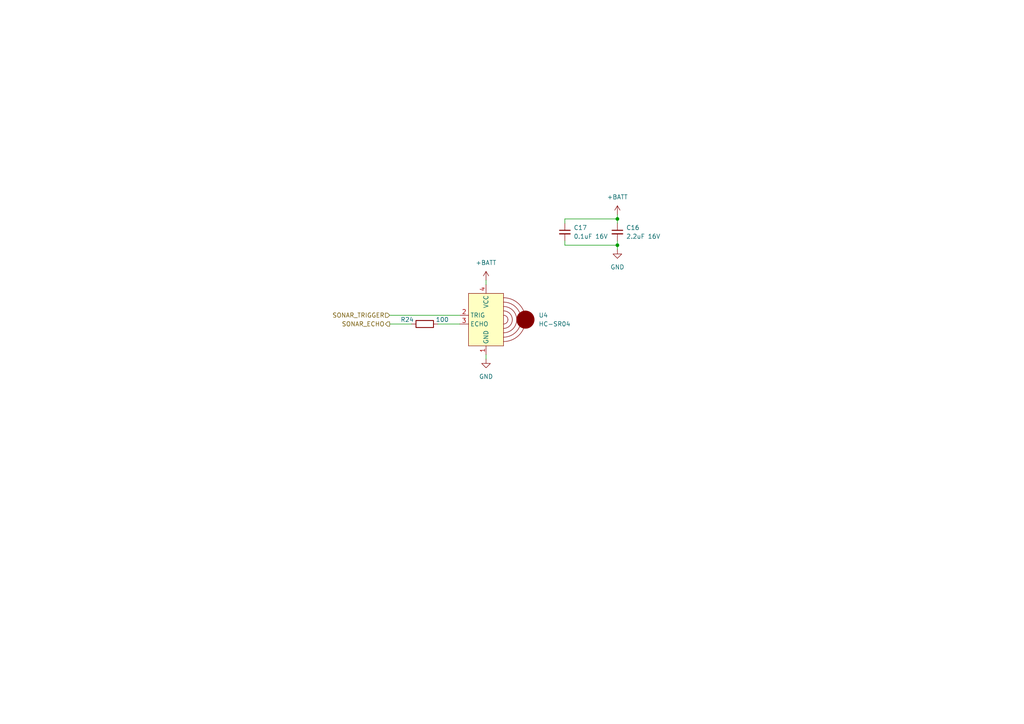
<source format=kicad_sch>
(kicad_sch (version 20231120) (generator "eeschema") (generator_version "8.0")
  (paper "A4")
  (lib_symbols
    (symbol "Device:C_Small" (pin_numbers hide) (pin_names (offset 0.254) hide)
      (property "Reference" "C" (at 0.254 1.778 0))
      (property "Value" "C_Small" (at 0.254 -2.032 0))
      (symbol "C_Small_0_1"
        (polyline (pts (xy -1.524 -0.508) (xy 1.524 -0.508)) (stroke (width 0.3302)))
        (polyline (pts (xy -1.524 0.508) (xy 1.524 0.508)) (stroke (width 0.3048)))
      )
      (symbol "C_Small_1_1"
        (pin passive line (at 0 2.54 270) (length 2.032) (name "~") (number "1"))
        (pin passive line (at 0 -2.54 90) (length 2.032) (name "~") (number "2"))
      )
    )
    (symbol "Device:R" (pin_numbers hide) (pin_names (offset 0))
      (property "Reference" "R" (at 2.032 0 90))
      (property "Value" "R" (at 0 0 90))
      (symbol "R_0_1"
        (rectangle (start -1.016 -2.54) (end 1.016 2.54) (stroke (width 0.254)))
      )
      (symbol "R_1_1"
        (pin passive line (at 0 3.81 270) (length 1.27) (name "~") (number "1"))
        (pin passive line (at 0 -3.81 90) (length 1.27) (name "~") (number "2"))
      )
    )
    (symbol "minimouse:HC-SR04"
      (property "Reference" "U4" (at 12.7 1.27 0))
      (property "Value" "HC-SR04" (at 12.7 -1.27 0))
      (symbol "HC-SR04_0_1"
        (arc (start 2.54 -6.35) (mid 7.0301 -4.4901) (end 8.89 0))
        (arc (start 2.54 -5.08) (mid 6.1321 -3.5921) (end 7.62 0))
        (arc (start 2.54 -3.81) (mid 5.2341 -2.6941) (end 6.35 0))
        (arc (start 2.54 -2.54) (mid 4.3361 -1.7961) (end 5.08 0))
        (arc (start 2.54 -1.27) (mid 3.438 -0.898) (end 3.81 0))
        (arc (start 3.81 0) (mid 3.438 0.898) (end 2.54 1.27))
        (arc (start 5.08 0) (mid 4.3361 1.7961) (end 2.54 2.54))
        (arc (start 6.35 0) (mid 5.2341 2.6941) (end 2.54 3.81))
        (arc (start 7.62 0) (mid 6.1321 3.5921) (end 2.54 5.08))
        (arc (start 8.89 0) (mid 7.0301 4.4901) (end 2.54 6.35))
      )
      (symbol "HC-SR04_1_1"
        (rectangle (start -7.62 7.62) (end 2.54 -7.62) (fill (type background)))
        (circle (center 8.89 0) (radius 2.54) (fill (type outline)))
        (pin power_in line (at -2.54 -10.16 90) (length 2.54) (name "GND") (number "1"))
        (pin input line (at -10.16 1.27 0) (length 2.54) (name "TRIG") (number "2"))
        (pin output line (at -10.16 -1.27 0) (length 2.54) (name "ECHO") (number "3"))
        (pin power_in line (at -2.54 10.16 270) (length 2.54) (name "VCC") (number "4"))
      )
    )
    (symbol "power:+BATT" (power) (pin_names (offset 0))
      (property "Value" "+BATT" (at 0 3.556 0))
      (symbol "+BATT_0_1"
        (polyline (pts (xy -0.762 1.27) (xy 0 2.54)))
        (polyline (pts (xy 0 0) (xy 0 2.54)))
        (polyline (pts (xy 0 2.54) (xy 0.762 1.27)))
      )
      (symbol "+BATT_1_1"
        (pin power_in line (at 0 0 90) (length 0) hide (name "+BATT") (number "1"))
      )
    )
    (symbol "power:GND" (power) (pin_names (offset 0))
      (property "Value" "GND" (at 0 -3.81 0))
      (symbol "GND_0_1"
        (polyline (pts (xy 0 0) (xy 0 -1.27) (xy 1.27 -1.27) (xy 0 -2.54) (xy -1.27 -1.27) (xy 0 -1.27)))
      )
      (symbol "GND_1_1"
        (pin power_in line (at 0 0 270) (length 0) hide (name "GND") (number "1"))
      )
    )
  )
  (junction (at 179.07 63.5))
  (junction (at 179.07 71.12))
  (wire (pts (xy 179.07 71.12) (xy 179.07 69.85)))
  (wire (pts (xy 179.07 63.5) (xy 179.07 62.23)))
  (wire (pts (xy 140.97 81.28) (xy 140.97 82.55)))
  (wire (pts (xy 163.83 69.85) (xy 163.83 71.12)))
  (wire (pts (xy 179.07 64.77) (xy 179.07 63.5)))
  (wire (pts (xy 179.07 72.39) (xy 179.07 71.12)))
  (wire (pts (xy 163.83 63.5) (xy 163.83 64.77)))
  (wire (pts (xy 179.07 63.5) (xy 163.83 63.5)))
  (wire (pts (xy 163.83 71.12) (xy 179.07 71.12)))
  (wire (pts (xy 119.38 93.98) (xy 113.03 93.98)))
  (wire (pts (xy 113.03 91.44) (xy 133.35 91.44)))
  (wire (pts (xy 133.35 93.98) (xy 127 93.98)))
  (wire (pts (xy 140.97 104.14) (xy 140.97 102.87)))
  (hierarchical_label "SONAR_TRIGGER" (shape input) (at 113.03 91.44 180))
  (hierarchical_label "SONAR_ECHO" (shape output) (at 113.03 93.98 180))
  (symbol (lib_id "power:GND") (at 179.07 72.39 0) (unit 1)
    (property "Reference" "#PWR034" (effects (hide yes)))
    (property "Value" "GND" (at 179.07 77.47 0))
  )
  (symbol (lib_id "power:GND") (at 140.97 104.14 0) (unit 1)
    (property "Reference" "#PWR028" (effects (hide yes)))
    (property "Value" "GND" (at 140.97 109.22 0))
  )
  (symbol (lib_id "minimouse:HC-SR04") (at 143.51 92.71 0) (unit 1)
    (property "Reference" "U4" (at 156.21 91.44 0) (effects (justify left)))
    (property "Value" "HC-SR04" (at 156.21 93.98 0) (effects (justify left)))
    (property "Footprint" "minimouse:HC-SR04" (effects (hide yes)))
  )
  (symbol (lib_id "power:+BATT") (at 179.07 62.23 0) (unit 1)
    (property "Reference" "#PWR033" (effects (hide yes)))
    (property "Value" "+BATT" (at 179.07 57.15 0))
  )
  (symbol (lib_id "power:+BATT") (at 140.97 81.28 0) (unit 1)
    (property "Reference" "#PWR029" (effects (hide yes)))
    (property "Value" "+BATT" (at 140.97 76.2 0))
  )
  (symbol (lib_id "Device:C_Small") (at 179.07 67.31 0) (unit 1)
    (property "Reference" "C16" (at 181.61 66.04 0) (effects (justify left)))
    (property "Value" "2.2uF 16V" (at 181.61 68.58 0) (effects (justify left)))
  )
  (symbol (lib_id "Device:C_Small") (at 163.83 67.31 0) (unit 1)
    (property "Reference" "C17" (at 166.37 66.04 0) (effects (justify left)))
    (property "Value" "0.1uF 16V" (at 166.37 68.58 0) (effects (justify left)))
  )
  (symbol (lib_id "Device:R") (at 123.19 93.98 90) (unit 1)
    (property "Reference" "R24" (at 118.11 92.71 90))
    (property "Value" "100" (at 128.27 92.71 90))
    (property "Footprint" "Resistor_SMD:R_0603_1608Metric" (effects (hide yes)))
  )
)
</source>
